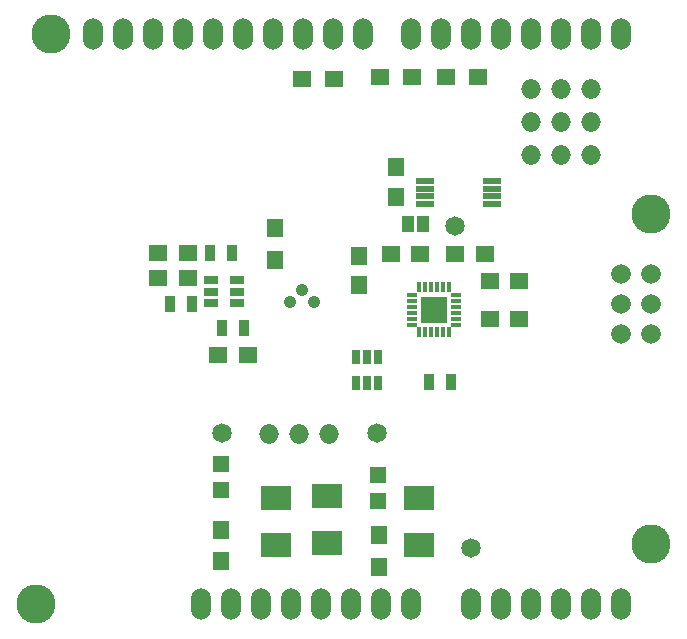
<source format=gts>
G04 #@! TF.GenerationSoftware,KiCad,Pcbnew,no-vcs-found-2a3a699~58~ubuntu16.04.1*
G04 #@! TF.CreationDate,2017-05-22T10:07:49+03:00*
G04 #@! TF.ProjectId,interferometer,696E7465726665726F6D657465722E6B,1*
G04 #@! TF.FileFunction,Soldermask,Top*
G04 #@! TF.FilePolarity,Negative*
%FSLAX46Y46*%
G04 Gerber Fmt 4.6, Leading zero omitted, Abs format (unit mm)*
G04 Created by KiCad (PCBNEW no-vcs-found-2a3a699~58~ubuntu16.04.1) date Mon May 22 10:07:49 2017*
%MOMM*%
%LPD*%
G01*
G04 APERTURE LIST*
%ADD10C,0.100000*%
%ADD11R,1.110000X1.410000*%
%ADD12R,1.613200X0.495600*%
%ADD13R,1.640000X1.390000*%
%ADD14R,1.200000X0.790000*%
%ADD15R,0.840000X1.440000*%
%ADD16C,1.640000*%
%ADD17R,1.340000X1.340000*%
%ADD18R,1.440000X1.640000*%
%ADD19C,1.040000*%
%ADD20R,0.085400X0.085400*%
%ADD21R,2.160000X2.160000*%
%ADD22R,0.872800X0.364800*%
%ADD23R,0.364800X0.872800*%
%ADD24R,1.390000X1.640000*%
%ADD25R,2.640000X2.140000*%
%ADD26R,1.640000X1.440000*%
%ADD27R,0.790000X1.200000*%
%ADD28O,1.664000X1.664000*%
%ADD29C,1.664000*%
%ADD30O,1.664000X2.680000*%
%ADD31C,3.315000*%
G04 APERTURE END LIST*
D10*
D11*
X162915600Y-89916000D03*
X161635600Y-89916000D03*
D12*
X163098599Y-88198599D03*
X163098599Y-87548601D03*
X163098599Y-86898599D03*
X163098599Y-86248601D03*
X168737399Y-86248601D03*
X168737399Y-86898599D03*
X168737399Y-87548601D03*
X168737399Y-88198599D03*
D13*
X171049000Y-94742000D03*
X168549000Y-94742000D03*
X140482000Y-94488000D03*
X142982000Y-94488000D03*
D14*
X147150000Y-95631000D03*
X147150000Y-94681000D03*
X147150000Y-96581000D03*
X144950000Y-96581000D03*
X144950000Y-95631000D03*
X144950000Y-94681000D03*
D15*
X143378000Y-96647000D03*
X141478000Y-96647000D03*
D16*
X159004000Y-107569000D03*
X167005000Y-117348000D03*
X165608000Y-90043000D03*
X145923000Y-107569000D03*
D17*
X159131000Y-113368000D03*
X159131000Y-111168000D03*
X145846800Y-112453600D03*
X145846800Y-110253600D03*
D18*
X159207200Y-118901200D03*
X159207200Y-116201200D03*
X145846800Y-118469400D03*
X145846800Y-115769400D03*
D19*
X153638000Y-96520000D03*
X151638000Y-96520000D03*
X152638000Y-95520000D03*
D20*
X163850000Y-97167700D03*
D21*
X163850000Y-97167700D03*
D22*
X161957700Y-98417700D03*
X161957700Y-97917701D03*
X161957700Y-97417700D03*
X161957700Y-96917700D03*
X161957700Y-96417699D03*
X161957700Y-95917700D03*
D23*
X162600000Y-95275400D03*
X163099999Y-95275400D03*
X163600000Y-95275400D03*
X164100000Y-95275400D03*
X164600001Y-95275400D03*
X165100000Y-95275400D03*
D22*
X165742300Y-95917700D03*
X165742300Y-96417699D03*
X165742300Y-96917700D03*
X165742300Y-97417700D03*
X165742300Y-97917701D03*
X165742300Y-98417700D03*
D23*
X165100000Y-99060000D03*
X164600001Y-99060000D03*
X164100000Y-99060000D03*
X163600000Y-99060000D03*
X163099999Y-99060000D03*
X162600000Y-99060000D03*
D13*
X148062000Y-100965000D03*
X145562000Y-100965000D03*
D24*
X160655000Y-85110000D03*
X160655000Y-87610000D03*
X157480000Y-92603000D03*
X157480000Y-95103000D03*
D13*
X168128000Y-92456000D03*
X165628000Y-92456000D03*
X168549000Y-97917000D03*
X171049000Y-97917000D03*
X160167000Y-92456000D03*
X162667000Y-92456000D03*
X142982000Y-92329000D03*
X140482000Y-92329000D03*
D25*
X162560000Y-117062000D03*
X162560000Y-113062000D03*
X150495000Y-117062000D03*
X150495000Y-113062000D03*
X154813000Y-116935000D03*
X154813000Y-112935000D03*
D15*
X147762000Y-98679000D03*
X145862000Y-98679000D03*
X165288000Y-103251000D03*
X163388000Y-103251000D03*
X144846000Y-92329000D03*
X146746000Y-92329000D03*
D18*
X150368000Y-92917000D03*
X150368000Y-90217000D03*
D26*
X162005000Y-77470000D03*
X159305000Y-77470000D03*
X152701000Y-77597000D03*
X155401000Y-77597000D03*
X167593000Y-77470000D03*
X164893000Y-77470000D03*
D27*
X158158000Y-101201000D03*
X157208000Y-101201000D03*
X159108000Y-101201000D03*
X159108000Y-103401000D03*
X158158000Y-103401000D03*
X157208000Y-103401000D03*
D28*
X172085000Y-81280000D03*
X174625000Y-81280000D03*
X177165000Y-81280000D03*
X172085000Y-78486000D03*
X174625000Y-78486000D03*
X177165000Y-78486000D03*
X149860000Y-107696000D03*
X152400000Y-107696000D03*
X154940000Y-107696000D03*
X172085000Y-84074000D03*
X174625000Y-84074000D03*
X177165000Y-84074000D03*
D29*
X182206173Y-99230349D03*
X179666173Y-99230349D03*
X182206173Y-96690349D03*
X179666173Y-96690349D03*
X182206173Y-94150349D03*
X179666173Y-94150349D03*
D30*
X144106173Y-122090349D03*
X146646173Y-122090349D03*
X134962173Y-73830349D03*
X137502173Y-73830349D03*
D31*
X130136173Y-122090349D03*
X131406173Y-73830349D03*
X182206173Y-89070349D03*
X182206173Y-117010349D03*
D30*
X154266173Y-122090349D03*
X140042173Y-73830349D03*
X142582173Y-73830349D03*
X145122173Y-73830349D03*
X147662173Y-73830349D03*
X150202173Y-73830349D03*
X152742173Y-73830349D03*
X155282173Y-73830349D03*
X157822173Y-73830349D03*
X161886173Y-73830349D03*
X164426173Y-73830349D03*
X166966173Y-73830349D03*
X169506173Y-73830349D03*
X172046173Y-73830349D03*
X174586173Y-73830349D03*
X177126173Y-73830349D03*
X179666173Y-73830349D03*
X149186173Y-122090349D03*
X151726173Y-122090349D03*
X156806173Y-122090349D03*
X159346173Y-122090349D03*
X161886173Y-122090349D03*
X172046173Y-122090349D03*
X169506173Y-122090349D03*
X166966173Y-122090349D03*
X174586173Y-122090349D03*
X177126173Y-122090349D03*
X179666173Y-122090349D03*
M02*

</source>
